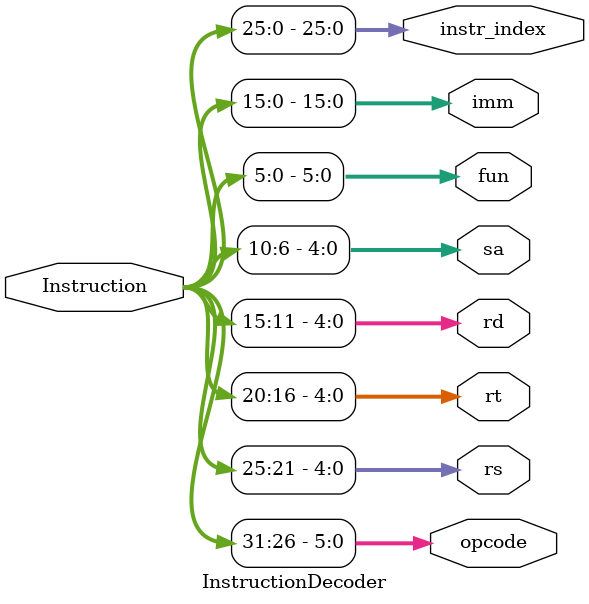
<source format=v>
`timescale 1ns / 1ps


module InstructionDecoder(
    input [31:0] Instruction,
    output [5:0] opcode,
    output [4:0] rs,
    output [4:0] rt,
    output [4:0] rd,
    output [4:0] sa,
    output [5:0] fun,
    output [15:0] imm,
    output [25:0] instr_index
    );

    assign opcode = Instruction[31:26];
    assign rs = Instruction[25:21];
    assign rt = Instruction[20:16];
    assign rd = Instruction[15:11];
    assign sa = Instruction[10:6];
    assign fun = Instruction[5:0];
    assign imm = Instruction[15:0];
    assign instr_index = Instruction[25:0];

endmodule

</source>
